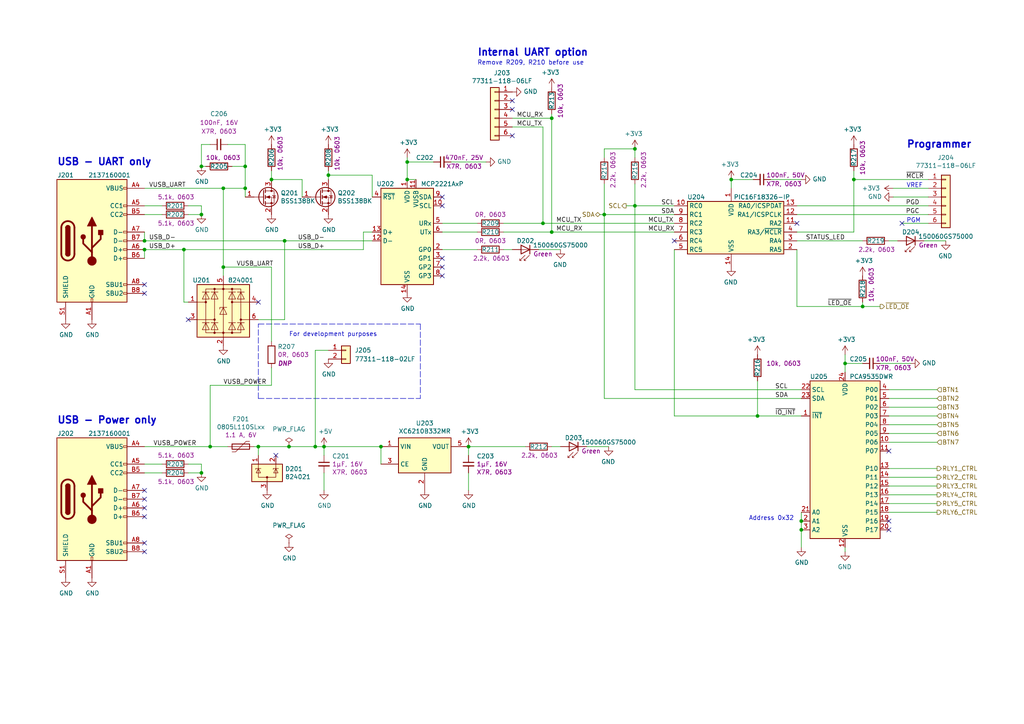
<source format=kicad_sch>
(kicad_sch (version 20211123) (generator eeschema)
  (paper "A4")
  (lib_symbols
    (symbol "Capacitor_User:100nF,16V,X7R,0603" (pin_numbers hide) (pin_names (offset 0.254) hide)
      (property "Reference" "C" (at 0.254 1.778 0))
      (property "Pretty Value 1" "100nF, 16V" (at 2.54 1.27 0))
      (property "Pretty Value 2" "X7R, 0603" (at 2.54 -1.27 0))
      (symbol "100nF,16V,X7R,0603_1_1"
        (pin passive line (at 0 2.54 270) (length 2.032) (name "~") (number "1"))
        (pin passive line (at 0 -2.54 90) (length 2.032) (name "~") (number "2"))
      )
    )
    (symbol "Capacitor_User:100nF,50V,X7R,0603" (pin_numbers hide) (pin_names (offset 0.254) hide)
      (property "Reference" "C" (at 0.254 1.778 0))
      (property "Pretty Value 1" "100nF, 50V" (at 2.54 1.27 0))
      (property "Pretty Value 2" "X7R, 0603" (at 2.54 -1.27 0))
      (symbol "100nF,50V,X7R,0603_1_1"
        (pin passive line (at 0 2.54 270) (length 2.032) (name "~") (number "1"))
        (pin passive line (at 0 -2.54 90) (length 2.032) (name "~") (number "2"))
      )
    )
    (symbol "Capacitor_User:1uF,16V,X7R,0603" (pin_numbers hide) (pin_names (offset 0.254) hide)
      (property "Reference" "C" (at 0.254 1.778 0))
      (property "Pretty Value 1" "1μF, 16V" (at 2.54 1.27 0))
      (property "Pretty Value 2" "X7R, 0603" (at 2.54 -1.27 0))
      (symbol "1uF,16V,X7R,0603_1_1"
        (pin passive line (at 0 2.54 270) (length 2.032) (name "~") (number "1"))
        (pin passive line (at 0 -2.54 90) (length 2.032) (name "~") (number "2"))
      )
    )
    (symbol "Capacitor_User:470nF,25V,X7R,0603" (pin_numbers hide) (pin_names (offset 0.254) hide)
      (property "Reference" "C" (at 0.254 1.778 0))
      (property "Pretty Value 1" "470nF, 25V" (at 2.54 1.27 0))
      (property "Pretty Value 2" "X7R, 0603" (at 2.54 -1.27 0))
      (symbol "470nF,25V,X7R,0603_1_1"
        (pin passive line (at 0 2.54 270) (length 2.032) (name "~") (number "1"))
        (pin passive line (at 0 -2.54 90) (length 2.032) (name "~") (number "2"))
      )
    )
    (symbol "Connector_User:2137160001" (pin_names (offset 1.016))
      (property "Reference" "J" (at -10.16 19.05 0))
      (property "Value" "2137160001" (at 19.05 19.05 0))
      (symbol "2137160001_1_1"
        (pin passive line (at 0 -22.86 90) (length 5.08) (name "GND") (number "A1"))
        (pin passive line (at 0 -22.86 90) (length 5.08) hide (name "GND") (number "A12"))
        (pin passive line (at 15.24 15.24 180) (length 5.08) (name "VBUS") (number "A4"))
        (pin bidirectional line (at 15.24 10.16 180) (length 5.08) (name "CC1") (number "A5"))
        (pin bidirectional line (at 15.24 -2.54 180) (length 5.08) (name "D+") (number "A6"))
        (pin bidirectional line (at 15.24 2.54 180) (length 5.08) (name "D-") (number "A7"))
        (pin bidirectional line (at 15.24 -12.7 180) (length 5.08) (name "SBU1") (number "A8"))
        (pin passive line (at 15.24 15.24 180) (length 5.08) hide (name "VBUS") (number "A9"))
        (pin passive line (at 0 -22.86 90) (length 5.08) hide (name "GND") (number "B1"))
        (pin passive line (at 0 -22.86 90) (length 5.08) hide (name "GND") (number "B12"))
        (pin passive line (at 15.24 15.24 180) (length 5.08) hide (name "VBUS") (number "B4"))
        (pin bidirectional line (at 15.24 7.62 180) (length 5.08) (name "CC2") (number "B5"))
        (pin bidirectional line (at 15.24 -5.08 180) (length 5.08) (name "D+") (number "B6"))
        (pin bidirectional line (at 15.24 0 180) (length 5.08) (name "D-") (number "B7"))
        (pin bidirectional line (at 15.24 -15.24 180) (length 5.08) (name "SBU2") (number "B8"))
        (pin passive line (at 15.24 15.24 180) (length 5.08) hide (name "VBUS") (number "B9"))
        (pin passive line (at -7.62 -22.86 90) (length 5.08) (name "SHIELD") (number "S1"))
      )
    )
    (symbol "Connector_User:77311-118-02LF" (pin_names (offset 1.016) hide)
      (property "Reference" "J" (at 0 3.81 0))
      (property "Value" "77311-118-02LF" (at 0 -5.08 0))
      (symbol "77311-118-02LF_1_1"
        (pin passive line (at -5.08 1.27 0) (length 3.81) (name "Pin_1") (number "1"))
        (pin passive line (at -5.08 -1.27 0) (length 3.81) (name "Pin_2") (number "2"))
      )
    )
    (symbol "Connector_User:77311-118-06LF" (pin_names (offset 1.016) hide)
      (property "Reference" "J" (at 0 7.62 0))
      (property "Value" "77311-118-06LF" (at 0 -10.16 0))
      (symbol "77311-118-06LF_1_1"
        (pin passive line (at -5.08 5.08 0) (length 3.81) (name "Pin_1") (number "1"))
        (pin passive line (at -5.08 2.54 0) (length 3.81) (name "Pin_2") (number "2"))
        (pin passive line (at -5.08 0 0) (length 3.81) (name "Pin_3") (number "3"))
        (pin passive line (at -5.08 -2.54 0) (length 3.81) (name "Pin_4") (number "4"))
        (pin passive line (at -5.08 -5.08 0) (length 3.81) (name "Pin_5") (number "5"))
        (pin passive line (at -5.08 -7.62 0) (length 3.81) (name "Pin_6") (number "6"))
      )
    )
    (symbol "Fuse_User:0805L110SLxx" (pin_numbers hide) (pin_names (offset 0))
      (property "Reference" "F" (at -2.54 0 90))
      (property "Value" "0805L110SLxx" (at 2.54 0 90))
      (property "Info" "1.1 A, 6V" (at 5.08 -5.08 90))
      (symbol "0805L110SLxx_1_1"
        (pin passive line (at 0 3.81 270) (length 1.27) (name "~") (number "1"))
        (pin passive line (at 0 -3.81 90) (length 1.27) (name "~") (number "2"))
      )
    )
    (symbol "Interface_USB:MCP2221AxP"
      (property "Reference" "U" (at -7.62 16.51 0))
      (property "Value" "MCP2221AxP" (at 12.7 16.51 0))
      (symbol "MCP2221AxP_1_1"
        (pin power_in line (at 0 17.78 270) (length 2.54) (name "VDD") (number "1"))
        (pin bidirectional line (at 10.16 10.16 180) (length 2.54) (name "SCL") (number "10"))
        (pin passive line (at 2.54 17.78 270) (length 2.54) (name "VUSB") (number "11"))
        (pin bidirectional line (at -10.16 0 0) (length 2.54) (name "D-") (number "12"))
        (pin bidirectional line (at -10.16 2.54 0) (length 2.54) (name "D+") (number "13"))
        (pin power_in line (at 0 -15.24 90) (length 2.54) (name "VSS") (number "14"))
        (pin bidirectional line (at 10.16 -2.54 180) (length 2.54) (name "GP0") (number "2"))
        (pin bidirectional line (at 10.16 -5.08 180) (length 2.54) (name "GP1") (number "3"))
        (pin input line (at -10.16 12.7 0) (length 2.54) (name "~{RST}") (number "4"))
        (pin input line (at 10.16 5.08 180) (length 2.54) (name "URx") (number "5"))
        (pin output line (at 10.16 2.54 180) (length 2.54) (name "UTx") (number "6"))
        (pin bidirectional line (at 10.16 -7.62 180) (length 2.54) (name "GP2") (number "7"))
        (pin bidirectional line (at 10.16 -10.16 180) (length 2.54) (name "GP3") (number "8"))
        (pin bidirectional line (at 10.16 12.7 180) (length 2.54) (name "SDA") (number "9"))
      )
    )
    (symbol "Interface_User:PCA9535DWR"
      (property "Reference" "U" (at -8.89 24.13 0))
      (property "Value" "PCA9535DWR" (at 6.35 24.13 0))
      (symbol "PCA9535DWR_1_1"
        (pin open_collector line (at -12.7 12.7 0) (length 2.54) (name "~{INT}") (number "1"))
        (pin bidirectional line (at 12.7 5.08 180) (length 2.54) (name "P06") (number "10"))
        (pin bidirectional line (at 12.7 2.54 180) (length 2.54) (name "P07") (number "11"))
        (pin power_in line (at 0 -25.4 90) (length 2.54) (name "VSS") (number "12"))
        (pin bidirectional line (at 12.7 -2.54 180) (length 2.54) (name "P10") (number "13"))
        (pin bidirectional line (at 12.7 -5.08 180) (length 2.54) (name "P11") (number "14"))
        (pin bidirectional line (at 12.7 -7.62 180) (length 2.54) (name "P12") (number "15"))
        (pin bidirectional line (at 12.7 -10.16 180) (length 2.54) (name "P13") (number "16"))
        (pin bidirectional line (at 12.7 -12.7 180) (length 2.54) (name "P14") (number "17"))
        (pin bidirectional line (at 12.7 -15.24 180) (length 2.54) (name "P15") (number "18"))
        (pin bidirectional line (at 12.7 -17.78 180) (length 2.54) (name "P16") (number "19"))
        (pin input line (at -12.7 -17.78 0) (length 2.54) (name "A1") (number "2"))
        (pin bidirectional line (at 12.7 -20.32 180) (length 2.54) (name "P17") (number "20"))
        (pin input line (at -12.7 -15.24 0) (length 2.54) (name "A0") (number "21"))
        (pin input line (at -12.7 20.32 0) (length 2.54) (name "SCL") (number "22"))
        (pin bidirectional line (at -12.7 17.78 0) (length 2.54) (name "SDA") (number "23"))
        (pin power_in line (at 0 25.4 270) (length 2.54) (name "VDD") (number "24"))
        (pin input line (at -12.7 -20.32 0) (length 2.54) (name "A2") (number "3"))
        (pin bidirectional line (at 12.7 20.32 180) (length 2.54) (name "P00") (number "4"))
        (pin bidirectional line (at 12.7 17.78 180) (length 2.54) (name "P01") (number "5"))
        (pin bidirectional line (at 12.7 15.24 180) (length 2.54) (name "P02") (number "6"))
        (pin bidirectional line (at 12.7 12.7 180) (length 2.54) (name "P03") (number "7"))
        (pin bidirectional line (at 12.7 10.16 180) (length 2.54) (name "P04") (number "8"))
        (pin bidirectional line (at 12.7 7.62 180) (length 2.54) (name "P05") (number "9"))
      )
    )
    (symbol "LED_User:150060GS75000" (pin_numbers hide) (pin_names (offset 1.016) hide)
      (property "Reference" "D" (at 0.508 1.778 0))
      (property "Value" "150060GS75000" (at -1.016 -2.794 0))
      (property "Info" "Green" (at -1.27 -5.08 0))
      (symbol "150060GS75000_1_1"
        (pin passive line (at -5.08 0 0) (length 2.54) (name "K") (number "1"))
        (pin passive line (at 2.54 0 180) (length 2.54) (name "A") (number "2"))
      )
    )
    (symbol "MCU_User:PIC16F18326-IP"
      (property "Reference" "U" (at -13.97 10.16 0))
      (property "Value" "PIC16F18326-IP" (at 1.27 10.16 0))
      (symbol "PIC16F18326-IP_1_1"
        (pin power_in line (at 1.27 12.7 270) (length 3.81) (name "VDD") (number "1"))
        (pin bidirectional line (at 17.78 7.62 180) (length 3.81) (name "RC0") (number "10"))
        (pin bidirectional line (at -17.78 2.54 0) (length 3.81) (name "RA2") (number "11"))
        (pin bidirectional line (at -17.78 5.08 0) (length 3.81) (name "RA1/ICSPCLK") (number "12"))
        (pin bidirectional line (at -17.78 7.62 0) (length 3.81) (name "RA0/ICSPDAT") (number "13"))
        (pin power_in line (at 1.27 -10.16 90) (length 3.81) (name "VSS") (number "14"))
        (pin bidirectional line (at -17.78 -5.08 0) (length 3.81) (name "RA5") (number "2"))
        (pin bidirectional line (at -17.78 -2.54 0) (length 3.81) (name "RA4") (number "3"))
        (pin bidirectional line (at -17.78 0 0) (length 3.81) (name "RA3/~{MCLR}") (number "4"))
        (pin bidirectional line (at 17.78 -5.08 180) (length 3.81) (name "RC5") (number "5"))
        (pin bidirectional line (at 17.78 -2.54 180) (length 3.81) (name "RC4") (number "6"))
        (pin bidirectional line (at 17.78 0 180) (length 3.81) (name "RC3") (number "7"))
        (pin bidirectional line (at 17.78 2.54 180) (length 3.81) (name "RC2") (number "8"))
        (pin bidirectional line (at 17.78 5.08 180) (length 3.81) (name "RC1") (number "9"))
      )
    )
    (symbol "Power_Protection_User:824001" (pin_names hide)
      (property "Reference" "U" (at 2.54 8.89 0))
      (property "Value" "824001" (at 2.54 -8.89 0))
      (symbol "824001_1_1"
        (pin passive line (at -10.16 2.54 0) (length 2.54) (name "I/O1") (number "1"))
        (pin passive line (at 0 -10.16 90) (length 2.54) (name "GND") (number "2"))
        (pin passive line (at -10.16 -2.54 0) (length 2.54) (name "I/O2") (number "3"))
        (pin passive line (at 10.16 2.54 180) (length 2.54) (name "I/O3") (number "4"))
        (pin passive line (at 0 10.16 270) (length 2.54) (name "VBUS") (number "5"))
        (pin passive line (at 10.16 -2.54 180) (length 2.54) (name "I/O4") (number "6"))
      )
    )
    (symbol "Power_Protection_User:824021" (pin_names hide)
      (property "Reference" "D" (at 5.715 2.54 0))
      (property "Value" "824021" (at 5.715 0.635 0))
      (symbol "824021_0_0"
        (pin passive line (at 0 -5.08 90) (length 2.54) (name "A") (number "3"))
      )
      (symbol "824021_1_1"
        (pin passive line (at -2.54 5.08 270) (length 2.54) (name "K") (number "1"))
        (pin passive line (at 2.54 5.08 270) (length 2.54) (name "K") (number "2"))
      )
    )
    (symbol "Regulator_Linear:XC6210B332MR"
      (property "Reference" "U" (at 0 8.89 0))
      (property "Value" "XC6210B332MR" (at 0 6.35 0))
      (symbol "XC6210B332MR_1_1"
        (pin power_in line (at -12.7 2.54 0) (length 5.08) (name "VIN") (number "1"))
        (pin power_in line (at 0 -10.16 90) (length 5.08) (name "GND") (number "2"))
        (pin input line (at -12.7 -2.54 0) (length 5.08) (name "CE") (number "3"))
        (pin no_connect line (at 12.7 -2.54 180) (length 5.08) hide (name "NC") (number "4"))
        (pin power_out line (at 12.7 2.54 180) (length 5.08) (name "VOUT") (number "5"))
      )
    )
    (symbol "Resistor_User:0R,0603" (pin_numbers hide) (pin_names (offset 0.254) hide)
      (property "Reference" "R" (at 0 -0.635 90))
      (property "Pretty Value 1" "0R, 0603" (at 2.54 1.27 0))
      (symbol "0R,0603_1_1"
        (pin passive line (at 0 3.81 270) (length 1.27) (name "~") (number "1"))
        (pin passive line (at 0 -3.81 90) (length 1.27) (name "~") (number "2"))
      )
    )
    (symbol "Resistor_User:10k,0603" (pin_numbers hide) (pin_names (offset 0.254) hide)
      (property "Reference" "R" (at 0 -0.635 90))
      (property "Pretty Value 1" "10k, 0603" (at 2.54 1.27 0))
      (symbol "10k,0603_1_1"
        (pin passive line (at 0 3.81 270) (length 1.27) (name "~") (number "1"))
        (pin passive line (at 0 -3.81 90) (length 1.27) (name "~") (number "2"))
      )
    )
    (symbol "Resistor_User:2.2k,0603" (pin_numbers hide) (pin_names (offset 0.254) hide)
      (property "Reference" "R" (at 0 -0.635 90))
      (property "Pretty Value 1" "2.2k, 0603" (at 2.54 1.27 0))
      (symbol "2.2k,0603_1_1"
        (pin passive line (at 0 3.81 270) (length 1.27) (name "~") (number "1"))
        (pin passive line (at 0 -3.81 90) (length 1.27) (name "~") (number "2"))
      )
    )
    (symbol "Resistor_User:5.1k,0603" (pin_numbers hide) (pin_names (offset 0.254) hide)
      (property "Reference" "R" (at 0 -0.635 90))
      (property "Pretty Value 1" "5.1k, 0603" (at 2.54 1.27 0))
      (symbol "5.1k,0603_1_1"
        (pin passive line (at 0 3.81 270) (length 1.27) (name "~") (number "1"))
        (pin passive line (at 0 -3.81 90) (length 1.27) (name "~") (number "2"))
      )
    )
    (symbol "Transistor_User:BSS138AKA" (pin_names hide)
      (property "Reference" "Q" (at 5.08 1.905 0))
      (property "Value" "BSS138AKA" (at 5.08 0 0))
      (symbol "BSS138AKA_1_1"
        (pin input line (at -5.08 0 0) (length 2.54) (name "G") (number "1"))
        (pin passive line (at 2.54 -5.08 90) (length 2.54) (name "S") (number "2"))
        (pin passive line (at 2.54 5.08 270) (length 2.54) (name "D") (number "3"))
      )
    )
    (symbol "power:+3.3V" (power) (pin_names (offset 0))
      (property "Value" "+3.3V" (at 0 3.556 0))
      (symbol "+3.3V_1_1"
        (pin power_in line (at 0 0 90) (length 0) hide (name "+3V3") (number "1"))
      )
    )
    (symbol "power:+5V" (power) (pin_names (offset 0))
      (property "Value" "+5V" (at 0 3.556 0))
      (symbol "+5V_1_1"
        (pin power_in line (at 0 0 90) (length 0) hide (name "+5V") (number "1"))
      )
    )
    (symbol "power:GND" (power) (pin_names (offset 0))
      (property "Value" "GND" (at 0 -3.81 0))
      (symbol "GND_1_1"
        (pin power_in line (at 0 0 270) (length 0) hide (name "GND") (number "1"))
      )
    )
    (symbol "power:PWR_FLAG" (power) (pin_numbers hide) (pin_names (offset 0) hide)
      (property "Value" "PWR_FLAG" (at 0 3.81 0))
      (symbol "PWR_FLAG_0_0"
        (pin power_out line (at 0 0 90) (length 0) (name "pwr") (number "1"))
      )
    )
  )
  (junction (at 157.48 64.77))
  (junction (at 58.42 62.23))
  (junction (at 175.26 62.23))
  (junction (at 82.55 69.85))
  (junction (at 95.25 50.8))
  (junction (at 118.11 46.99))
  (junction (at 91.44 129.54))
  (junction (at 53.34 72.39))
  (junction (at 160.02 67.31))
  (junction (at 83.82 129.54))
  (junction (at 93.98 129.54))
  (junction (at 232.41 153.67))
  (junction (at 118.11 52.07))
  (junction (at 60.96 129.54))
  (junction (at 78.74 52.07))
  (junction (at 64.77 77.47))
  (junction (at 58.42 48.26))
  (junction (at 135.89 129.54))
  (junction (at 232.41 151.13))
  (junction (at 250.19 88.9))
  (junction (at 64.77 54.61))
  (junction (at 219.71 120.65))
  (junction (at 110.49 129.54))
  (junction (at 41.91 72.39))
  (junction (at 58.42 137.16))
  (junction (at 71.12 54.61))
  (junction (at 74.93 129.54))
  (junction (at 184.15 59.69))
  (junction (at 184.15 43.18))
  (junction (at 71.12 48.26))
  (junction (at 212.09 52.07))
  (junction (at 247.65 52.07))
  (junction (at 160.02 34.29))
  (junction (at 41.91 69.85))
  (junction (at 245.11 105.41))
  (no_connect (at 74.93 87.63))
  (no_connect (at 195.58 69.85))
  (no_connect (at 128.27 74.93))
  (no_connect (at 257.81 151.13))
  (no_connect (at 231.14 64.77))
  (no_connect (at 80.01 132.08))
  (no_connect (at 41.91 160.02))
  (no_connect (at 41.91 149.86))
  (no_connect (at 148.59 31.75))
  (no_connect (at 128.27 80.01))
  (no_connect (at 257.81 153.67))
  (no_connect (at 41.91 85.09))
  (no_connect (at 128.27 59.69))
  (no_connect (at 41.91 147.32))
  (no_connect (at 128.27 57.15))
  (no_connect (at 257.81 130.81))
  (no_connect (at 41.91 157.48))
  (no_connect (at 128.27 77.47))
  (no_connect (at 148.59 39.37))
  (no_connect (at 148.59 29.21))
  (no_connect (at 261.62 64.77))
  (no_connect (at 41.91 144.78))
  (no_connect (at 41.91 142.24))
  (no_connect (at 41.91 82.55))
  (no_connect (at 54.61 92.71))
  (wire (pts (xy 271.78 113.03) (xy 257.81 113.03)))
  (wire (pts (xy 195.58 72.39) (xy 195.58 120.65)))
  (polyline (pts (xy 74.93 115.57) (xy 121.92 115.57)))
  (wire (pts (xy 82.55 92.71) (xy 82.55 69.85)))
  (wire (pts (xy 247.65 49.53) (xy 247.65 52.07)))
  (wire (pts (xy 271.78 123.19) (xy 257.81 123.19)))
  (wire (pts (xy 73.66 129.54) (xy 74.93 129.54)))
  (wire (pts (xy 60.96 129.54) (xy 60.96 111.76)))
  (wire (pts (xy 271.78 143.51) (xy 257.81 143.51)))
  (wire (pts (xy 87.63 52.07) (xy 78.74 52.07)))
  (polyline (pts (xy 74.93 93.98) (xy 121.92 93.98)))
  (polyline (pts (xy 74.93 115.57) (xy 74.93 93.98)))
  (wire (pts (xy 58.42 48.26) (xy 58.42 41.91)))
  (wire (pts (xy 78.74 99.06) (xy 78.74 77.47)))
  (wire (pts (xy 91.44 101.6) (xy 91.44 129.54)))
  (wire (pts (xy 91.44 129.54) (xy 93.98 129.54)))
  (wire (pts (xy 74.93 132.08) (xy 74.93 129.54)))
  (wire (pts (xy 41.91 69.85) (xy 82.55 69.85)))
  (wire (pts (xy 257.81 140.97) (xy 271.78 140.97)))
  (wire (pts (xy 247.65 67.31) (xy 247.65 52.07)))
  (wire (pts (xy 58.42 134.62) (xy 58.42 137.16)))
  (wire (pts (xy 269.24 64.77) (xy 261.62 64.77)))
  (wire (pts (xy 110.49 134.62) (xy 110.49 129.54)))
  (wire (pts (xy 156.21 72.39) (xy 162.56 72.39)))
  (wire (pts (xy 257.81 135.89) (xy 271.78 135.89)))
  (wire (pts (xy 175.26 62.23) (xy 175.26 53.34)))
  (wire (pts (xy 232.41 52.07) (xy 223.52 52.07)))
  (wire (pts (xy 170.18 129.54) (xy 176.53 129.54)))
  (wire (pts (xy 83.82 129.54) (xy 91.44 129.54)))
  (wire (pts (xy 269.24 54.61) (xy 259.08 54.61)))
  (wire (pts (xy 58.42 59.69) (xy 54.61 59.69)))
  (wire (pts (xy 231.14 69.85) (xy 250.19 69.85)))
  (wire (pts (xy 93.98 137.16) (xy 93.98 142.24)))
  (wire (pts (xy 232.41 153.67) (xy 232.41 151.13)))
  (wire (pts (xy 58.42 134.62) (xy 54.61 134.62)))
  (wire (pts (xy 219.71 110.49) (xy 219.71 120.65)))
  (wire (pts (xy 232.41 158.75) (xy 232.41 153.67)))
  (wire (pts (xy 218.44 52.07) (xy 212.09 52.07)))
  (wire (pts (xy 46.99 59.69) (xy 41.91 59.69)))
  (wire (pts (xy 250.19 88.9) (xy 255.27 88.9)))
  (wire (pts (xy 125.73 46.99) (xy 118.11 46.99)))
  (wire (pts (xy 184.15 113.03) (xy 232.41 113.03)))
  (wire (pts (xy 105.41 67.31) (xy 107.95 67.31)))
  (wire (pts (xy 184.15 59.69) (xy 184.15 53.34)))
  (wire (pts (xy 148.59 34.29) (xy 160.02 34.29)))
  (wire (pts (xy 135.89 129.54) (xy 135.89 132.08)))
  (wire (pts (xy 110.49 129.54) (xy 93.98 129.54)))
  (wire (pts (xy 257.81 69.85) (xy 260.35 69.85)))
  (wire (pts (xy 41.91 54.61) (xy 64.77 54.61)))
  (wire (pts (xy 271.78 148.59) (xy 257.81 148.59)))
  (wire (pts (xy 160.02 67.31) (xy 195.58 67.31)))
  (wire (pts (xy 231.14 62.23) (xy 269.24 62.23)))
  (wire (pts (xy 267.97 69.85) (xy 274.32 69.85)))
  (wire (pts (xy 58.42 41.91) (xy 60.96 41.91)))
  (wire (pts (xy 175.26 115.57) (xy 232.41 115.57)))
  (wire (pts (xy 245.11 102.87) (xy 245.11 105.41)))
  (wire (pts (xy 54.61 62.23) (xy 58.42 62.23)))
  (wire (pts (xy 93.98 129.54) (xy 93.98 132.08)))
  (wire (pts (xy 160.02 34.29) (xy 160.02 67.31)))
  (wire (pts (xy 118.11 46.99) (xy 118.11 52.07)))
  (wire (pts (xy 128.27 67.31) (xy 138.43 67.31)))
  (wire (pts (xy 245.11 105.41) (xy 245.11 107.95)))
  (wire (pts (xy 184.15 43.18) (xy 184.15 45.72)))
  (wire (pts (xy 271.78 115.57) (xy 257.81 115.57)))
  (wire (pts (xy 64.77 80.01) (xy 64.77 77.47)))
  (wire (pts (xy 219.71 120.65) (xy 232.41 120.65)))
  (wire (pts (xy 82.55 69.85) (xy 107.95 69.85)))
  (wire (pts (xy 157.48 64.77) (xy 195.58 64.77)))
  (wire (pts (xy 173.99 62.23) (xy 175.26 62.23)))
  (wire (pts (xy 157.48 36.83) (xy 157.48 64.77)))
  (wire (pts (xy 175.26 62.23) (xy 195.58 62.23)))
  (wire (pts (xy 232.41 151.13) (xy 232.41 148.59)))
  (wire (pts (xy 78.74 77.47) (xy 64.77 77.47)))
  (wire (pts (xy 138.43 64.77) (xy 128.27 64.77)))
  (wire (pts (xy 58.42 59.69) (xy 58.42 62.23)))
  (wire (pts (xy 184.15 59.69) (xy 195.58 59.69)))
  (wire (pts (xy 212.09 52.07) (xy 212.09 54.61)))
  (wire (pts (xy 271.78 128.27) (xy 257.81 128.27)))
  (wire (pts (xy 105.41 72.39) (xy 105.41 67.31)))
  (wire (pts (xy 71.12 48.26) (xy 71.12 54.61)))
  (wire (pts (xy 95.25 50.8) (xy 95.25 49.53)))
  (wire (pts (xy 78.74 111.76) (xy 78.74 106.68)))
  (wire (pts (xy 71.12 54.61) (xy 71.12 57.15)))
  (wire (pts (xy 78.74 49.53) (xy 78.74 52.07)))
  (wire (pts (xy 118.11 45.72) (xy 118.11 46.99)))
  (wire (pts (xy 60.96 111.76) (xy 78.74 111.76)))
  (wire (pts (xy 64.77 77.47) (xy 64.77 54.61)))
  (wire (pts (xy 41.91 137.16) (xy 46.99 137.16)))
  (wire (pts (xy 64.77 54.61) (xy 71.12 54.61)))
  (wire (pts (xy 135.89 129.54) (xy 152.4 129.54)))
  (wire (pts (xy 107.95 57.15) (xy 107.95 50.8)))
  (wire (pts (xy 41.91 69.85) (xy 41.91 67.31)))
  (wire (pts (xy 271.78 125.73) (xy 257.81 125.73)))
  (wire (pts (xy 250.19 87.63) (xy 250.19 88.9)))
  (wire (pts (xy 160.02 34.29) (xy 160.02 33.02)))
  (wire (pts (xy 66.04 41.91) (xy 71.12 41.91)))
  (wire (pts (xy 95.25 101.6) (xy 91.44 101.6)))
  (wire (pts (xy 107.95 50.8) (xy 95.25 50.8)))
  (wire (pts (xy 247.65 52.07) (xy 269.24 52.07)))
  (wire (pts (xy 250.19 105.41) (xy 245.11 105.41)))
  (wire (pts (xy 264.16 105.41) (xy 255.27 105.41)))
  (wire (pts (xy 67.31 48.26) (xy 71.12 48.26)))
  (wire (pts (xy 181.61 59.69) (xy 184.15 59.69)))
  (wire (pts (xy 54.61 137.16) (xy 58.42 137.16)))
  (wire (pts (xy 271.78 120.65) (xy 257.81 120.65)))
  (wire (pts (xy 146.05 64.77) (xy 157.48 64.77)))
  (wire (pts (xy 148.59 36.83) (xy 157.48 36.83)))
  (wire (pts (xy 160.02 129.54) (xy 162.56 129.54)))
  (polyline (pts (xy 121.92 93.98) (xy 121.92 115.57)))
  (wire (pts (xy 74.93 129.54) (xy 83.82 129.54)))
  (wire (pts (xy 146.05 67.31) (xy 160.02 67.31)))
  (wire (pts (xy 259.08 57.15) (xy 269.24 57.15)))
  (wire (pts (xy 58.42 48.26) (xy 59.69 48.26)))
  (wire (pts (xy 54.61 87.63) (xy 53.34 87.63)))
  (wire (pts (xy 146.05 72.39) (xy 148.59 72.39)))
  (wire (pts (xy 128.27 72.39) (xy 138.43 72.39)))
  (wire (pts (xy 74.93 92.71) (xy 82.55 92.71)))
  (wire (pts (xy 135.89 137.16) (xy 135.89 142.24)))
  (wire (pts (xy 71.12 48.26) (xy 71.12 41.91)))
  (wire (pts (xy 195.58 120.65) (xy 219.71 120.65)))
  (wire (pts (xy 271.78 118.11) (xy 257.81 118.11)))
  (wire (pts (xy 46.99 134.62) (xy 41.91 134.62)))
  (wire (pts (xy 231.14 67.31) (xy 247.65 67.31)))
  (wire (pts (xy 87.63 57.15) (xy 87.63 52.07)))
  (wire (pts (xy 175.26 43.18) (xy 184.15 43.18)))
  (wire (pts (xy 257.81 146.05) (xy 271.78 146.05)))
  (wire (pts (xy 175.26 45.72) (xy 175.26 43.18)))
  (wire (pts (xy 271.78 138.43) (xy 257.81 138.43)))
  (wire (pts (xy 269.24 59.69) (xy 231.14 59.69)))
  (wire (pts (xy 245.11 158.75) (xy 245.11 160.02)))
  (wire (pts (xy 41.91 62.23) (xy 46.99 62.23)))
  (wire (pts (xy 53.34 72.39) (xy 105.41 72.39)))
  (wire (pts (xy 231.14 72.39) (xy 231.14 88.9)))
  (wire (pts (xy 231.14 88.9) (xy 250.19 88.9)))
  (wire (pts (xy 60.96 129.54) (xy 41.91 129.54)))
  (wire (pts (xy 41.91 72.39) (xy 53.34 72.39)))
  (wire (pts (xy 41.91 72.39) (xy 41.91 74.93)))
  (wire (pts (xy 175.26 115.57) (xy 175.26 62.23)))
  (wire (pts (xy 120.65 52.07) (xy 118.11 52.07)))
  (wire (pts (xy 184.15 113.03) (xy 184.15 59.69)))
  (wire (pts (xy 53.34 87.63) (xy 53.34 72.39)))
  (wire (pts (xy 140.97 46.99) (xy 130.81 46.99)))
  (wire (pts (xy 95.25 52.07) (xy 95.25 50.8)))
  (wire (pts (xy 66.04 129.54) (xy 60.96 129.54)))
  (text "Programmer" (at 262.89 43.18 0) (effects (font (size 2.032 2.032) (thickness 0.4064) bold) (justify left bottom)))
  (text "PGM" (at 262.89 64.77 0) (effects (font (size 1.27 1.27)) (justify left bottom)))
  (text "Address 0x32" (at 217.17 151.13 0) (effects (font (size 1.27 1.27)) (justify left bottom)))
  (text "Internal UART option" (at 138.43 16.51 0) (effects (font (size 2.032 2.032) (thickness 0.4064) bold) (justify left bottom)))
  (text "For development purposes" (at 83.82 97.79 0) (effects (font (size 1.27 1.27)) (justify left bottom)))
  (text "USB - UART only" (at 16.51 48.26 0) (effects (font (size 2.032 2.032) (thickness 0.4064) bold) (justify left bottom)))
  (text "Remove R209, R210 before use" (at 138.43 19.05 0) (effects (font (size 1.27 1.27)) (justify left bottom)))
  (text "VREF" (at 262.89 54.61 0) (effects (font (size 1.27 1.27)) (justify left bottom)))
  (text "USB - Power only" (at 16.51 123.19 0) (effects (font (size 2.032 2.032) (thickness 0.4064) bold) (justify left bottom)))
  (label "~{IO_INT}" (at 224.79 120.65 0))
  (label "SCL" (at 191.77 59.69 0))
  (label "~{MCLR}" (at 267.97 52.07 180))
  (label "USB_D+" (at 43.18 72.39 0))
  (label "MCU_RX" (at 187.96 67.31 0))
  (label "SDA" (at 224.79 115.57 0))
  (label "PGC" (at 266.7 62.23 180))
  (label "MCU_RX" (at 149.86 34.29 0))
  (label "~{LED_OE}" (at 240.03 88.9 0))
  (label "VUSB_UART" (at 68.58 77.47 0))
  (label "PGD" (at 266.7 59.69 180))
  (label "SDA" (at 191.77 62.23 0))
  (label "MCU_TX" (at 161.29 64.77 0))
  (label "STATUS_LED" (at 233.68 69.85 0))
  (label "MCU_TX" (at 187.96 64.77 0))
  (label "VUSB_POWER" (at 64.77 111.76 0))
  (label "VUSB_UART" (at 43.18 54.61 0))
  (label "USB_D+" (at 86.36 72.39 0))
  (label "MCU_TX" (at 149.86 36.83 0))
  (label "VUSB_POWER" (at 44.45 129.54 0))
  (label "MCU_RX" (at 161.29 67.31 0))
  (label "USB_D-" (at 86.36 69.85 0))
  (label "SCL" (at 224.79 113.03 0))
  (label "USB_D-" (at 43.18 69.85 0))
  (hierarchical_label "BTN1" (shape input) (at 271.78 113.03 0))
  (hierarchical_label "BTN7" (shape input) (at 271.78 128.27 0))
  (hierarchical_label "SCL" (shape output) (at 181.61 59.69 180))
  (hierarchical_label "BTN5" (shape input) (at 271.78 123.19 0))
  (hierarchical_label "RLY6_CTRL" (shape output) (at 271.78 148.59 0))
  (hierarchical_label "RLY2_CTRL" (shape output) (at 271.78 138.43 0))
  (hierarchical_label "RLY1_CTRL" (shape output) (at 271.78 135.89 0))
  (hierarchical_label "BTN6" (shape input) (at 271.78 125.73 0))
  (hierarchical_label "BTN2" (shape input) (at 271.78 115.57 0))
  (hierarchical_label "~{LED_OE}" (shape output) (at 255.27 88.9 0))
  (hierarchical_label "RLY4_CTRL" (shape output) (at 271.78 143.51 0))
  (hierarchical_label "RLY5_CTRL" (shape output) (at 271.78 146.05 0))
  (hierarchical_label "BTN3" (shape input) (at 271.78 118.11 0))
  (hierarchical_label "RLY3_CTRL" (shape output) (at 271.78 140.97 0))
  (hierarchical_label "SDA" (shape bidirectional) (at 173.99 62.23 180))
  (hierarchical_label "BTN4" (shape input) (at 271.78 120.65 0))
  (symbol (lib_id "Capacitor_User:100nF,50V,X7R,0603") (at 252.73 105.41 270) (unit 1)
    (property "Reference" "C205" (at 246.38 104.14 90) (effects (justify left)))
    (property "Value" "100nF,50V,X7R,0603" (effects hide))
    (property "Footprint" "Capacitor_SMD:C_0603_1608Metric_Pad1.08x0.95mm_HandSolder" (effects hide))
    (property "Pretty Value 1" "100nF, 50V" (at 254 104.14 90) (effects (justify left)))
    (property "Pretty Value 2" "X7R, 0603" (at 254 106.68 90) (effects (justify left)))
  )
  (symbol (lib_id "power:+3.3V") (at 245.11 102.87 0) (unit 1)
    (property "Reference" "#PWR0231" (effects hide))
    (property "Value" "+3.3V" (at 245.491 98.4758 0))
  )
  (symbol (lib_id "Interface_User:PCA9535DWR") (at 245.11 133.35 0) (unit 1)
    (property "Reference" "U205" (at 237.49 109.22 0))
    (property "Value" "PCA9535DWR" (at 252.73 109.22 0))
    (property "Footprint" "Package_SO:SOIC-24W_7.5x15.4mm_P1.27mm" (effects hide))
    (property "Datasheet" "https://www.ti.com/lit/ds/symlink/pca9535.pdf" (effects hide))
    (property "Manufacturer" "Texas Instruments" (effects hide))
    (property "Supplier" "Digi-Key" (effects hide))
    (property "SPN" "296-20950-1-ND" (effects hide))
  )
  (symbol (lib_id "power:GND") (at 264.16 105.41 90) (unit 1)
    (property "Reference" "#PWR0236" (effects hide))
    (property "Value" "GND" (at 267.4112 105.283 90) (effects (justify right)))
  )
  (symbol (lib_id "Resistor_User:2.2k,0603") (at 184.15 49.53 0) (unit 1)
    (property "Reference" "R215" (at 184.15 52.07 90) (effects (justify left)))
    (property "Value" "2.2k,0603" (effects hide))
    (property "Footprint" "Resistor_SMD:R_0603_1608Metric_Pad0.98x0.95mm_HandSolder" (effects hide))
    (property "Pretty Value 1" "2.2k, 0603" (at 186.69 54.61 90) (effects (justify left)))
    (property "Pretty Value 2" "1%, 0,1W" (effects hide))
  )
  (symbol (lib_id "Resistor_User:10k,0603") (at 219.71 106.68 0) (unit 1)
    (property "Reference" "R216" (at 219.71 109.22 90) (effects (justify left)))
    (property "Value" "10k,0603" (effects hide))
    (property "Footprint" "Resistor_SMD:R_0603_1608Metric_Pad0.98x0.95mm_HandSolder" (effects hide))
    (property "Pretty Value 1" "10k, 0603" (at 222.25 105.41 0) (effects (justify left)))
    (property "Pretty Value 2" "1%, 0,1W" (effects hide))
  )
  (symbol (lib_id "Resistor_User:2.2k,0603") (at 175.26 49.53 0) (unit 1)
    (property "Reference" "R214" (at 175.26 52.07 90) (effects (justify left)))
    (property "Value" "2.2k,0603" (effects hide))
    (property "Footprint" "Resistor_SMD:R_0603_1608Metric_Pad0.98x0.95mm_HandSolder" (effects hide))
    (property "Pretty Value 1" "2.2k, 0603" (at 177.8 54.61 90) (effects (justify left)))
    (property "Pretty Value 2" "1%, 0,1W" (effects hide))
  )
  (symbol (lib_id "Regulator_Linear:XC6210B332MR") (at 123.19 132.08 0) (unit 1)
    (property "Reference" "U203" (at 123.19 122.7582 0))
    (property "Value" "XC6210B332MR" (at 123.19 125.0696 0))
    (property "Footprint" "Package_TO_SOT_SMD:SOT-23-5" (effects hide))
    (property "Datasheet" "https://www.torexsemi.com/file/xc6210/XC6210.pdf" (effects hide))
  )
  (symbol (lib_id "Interface_USB:MCP2221AxP") (at 118.11 69.85 0) (unit 1)
    (property "Reference" "U202" (at 111.76 53.34 0))
    (property "Value" "MCP2221AxP" (at 128.27 53.34 0))
    (property "Footprint" "Package_DIP:DIP-14_W7.62mm" (effects hide))
    (property "Datasheet" "http://ww1.microchip.com/downloads/en/DeviceDoc/20005565B.pdf" (effects hide))
  )
  (symbol (lib_id "Resistor_User:10k,0603") (at 95.25 45.72 0) (unit 1)
    (property "Reference" "R208" (at 95.25 48.26 90) (effects (justify left)))
    (property "Value" "10k,0603" (effects hide))
    (property "Footprint" "Resistor_SMD:R_0603_1608Metric_Pad0.98x0.95mm_HandSolder" (effects hide))
    (property "Pretty Value 1" "10k, 0603" (at 97.79 49.53 90) (effects (justify left)))
    (property "Pretty Value 2" "1%, 0,1W" (effects hide))
  )
  (symbol (lib_id "Connector_User:2137160001") (at 26.67 69.85 0) (unit 1)
    (property "Reference" "J201" (at 19.05 50.8 0))
    (property "Value" "2137160001" (at 31.75 50.8 0))
    (property "Footprint" "Connector_User:USB_C_Receptacle_Molex_2137160001" (effects hide))
    (property "Datasheet" "https://www.molex.com/molex/products/part-detail/io_connectors/2137160001" (effects hide))
    (property "Manufacturer" "Molex" (effects hide))
    (property "Supplier" "Digi-Key" (effects hide))
    (property "SPN" "900-2137160001CT-ND" (effects hide))
  )
  (symbol (lib_id "Transistor_User:BSS138AKA") (at 92.71 57.15 0) (unit 1)
    (property "Reference" "Q202" (at 97.8916 55.9816 0) (effects (justify left)))
    (property "Value" "BSS138BK" (at 97.8916 58.293 0) (effects (justify left)))
    (property "Footprint" "Package_TO_SOT_SMD_User:SOT-23_Handsoldering" (effects hide))
    (property "Datasheet" "https://assets.nexperia.com/documents/data-sheet/BSS138AKA.pdf" (effects hide))
    (property "Manufacturer" "Nexperia" (effects hide))
    (property "Supplier" "Digi-Key" (effects hide))
    (property "SPN" "1727-1261-1-ND" (effects hide))
  )
  (symbol (lib_id "MCU_User:PIC16F18326-IP") (at 213.36 67.31 0) (mirror y) (unit 1)
    (property "Reference" "U204" (at 201.93 57.15 0))
    (property "Value" "PIC16F18326-IP" (at 220.98 57.15 0))
    (property "Footprint" "Package_DIP:DIP-14_W7.62mm" (effects hide))
    (property "Datasheet" "https://ww1.microchip.com/downloads/en/DeviceDoc/40001839E.pdf" (effects hide))
    (property "Supplier" "Digi-Key" (effects hide))
    (property "SPN" "PIC16F18326-I/P-ND" (effects hide))
  )
  (symbol (lib_id "power:+3.3V") (at 95.25 41.91 0) (unit 1)
    (property "Reference" "#PWR0213" (effects hide))
    (property "Value" "+3.3V" (at 95.631 37.5158 0))
  )
  (symbol (lib_id "power:GND") (at 95.25 62.23 0) (unit 1)
    (property "Reference" "#PWR0214" (effects hide))
    (property "Value" "GND" (at 95.377 66.6242 0))
  )
  (symbol (lib_id "Capacitor_User:1uF,16V,X7R,0603") (at 93.98 134.62 0) (unit 1)
    (property "Reference" "C201" (at 96.3168 132.3086 0) (effects (justify left)))
    (property "Value" "1uF,16V,X7R,0603" (effects hide))
    (property "Footprint" "Capacitor_SMD:C_0603_1608Metric_Pad1.08x0.95mm_HandSolder" (effects hide))
    (property "Pretty Value 1" "1μF, 16V" (at 96.3168 134.62 0) (effects (justify left)))
    (property "Pretty Value 2" "X7R, 0603" (at 96.3168 136.9314 0) (effects (justify left)))
  )
  (symbol (lib_id "Transistor_User:BSS138AKA") (at 76.2 57.15 0) (unit 1)
    (property "Reference" "Q201" (at 81.3816 55.9816 0) (effects (justify left)))
    (property "Value" "BSS138BK" (at 81.3816 58.293 0) (effects (justify left)))
    (property "Footprint" "Package_TO_SOT_SMD_User:SOT-23_Handsoldering" (effects hide))
    (property "Datasheet" "https://assets.nexperia.com/documents/data-sheet/BSS138AKA.pdf" (effects hide))
    (property "Manufacturer" "Nexperia" (effects hide))
    (property "Supplier" "Digi-Key" (effects hide))
    (property "SPN" "1727-1261-1-ND" (effects hide))
  )
  (symbol (lib_id "Capacitor_User:1uF,16V,X7R,0603") (at 135.89 134.62 0) (unit 1)
    (property "Reference" "C203" (at 138.2268 132.3086 0) (effects (justify left)))
    (property "Value" "1uF,16V,X7R,0603" (effects hide))
    (property "Footprint" "Capacitor_SMD:C_0603_1608Metric_Pad1.08x0.95mm_HandSolder" (effects hide))
    (property "Pretty Value 1" "1μF, 16V" (at 138.2268 134.62 0) (effects (justify left)))
    (property "Pretty Value 2" "X7R, 0603" (at 138.2268 136.9314 0) (effects (justify left)))
  )
  (symbol (lib_id "Power_Protection_User:824021") (at 77.47 137.16 0) (unit 1)
    (property "Reference" "D201" (at 82.677 135.9916 0) (effects (justify left)))
    (property "Value" "824021" (at 82.677 138.303 0) (effects (justify left)))
    (property "Footprint" "Package_TO_SOT_SMD_User:SOT-23_Handsoldering" (effects hide))
    (property "Datasheet" "https://www.we-online.com/catalog/datasheet/824021.pdf" (effects hide))
    (property "Manufacturer" "Wurth Elektronik" (effects hide))
    (property "Supplier" "Digi-Key" (effects hide))
    (property "SPN" "732-4468-1-ND" (effects hide))
  )
  (symbol (lib_id "Resistor_User:10k,0603") (at 78.74 45.72 0) (unit 1)
    (property "Reference" "R206" (at 78.74 48.26 90) (effects (justify left)))
    (property "Value" "10k,0603" (effects hide))
    (property "Footprint" "Resistor_SMD:R_0603_1608Metric_Pad0.98x0.95mm_HandSolder" (effects hide))
    (property "Pretty Value 1" "10k, 0603" (at 81.28 49.53 90) (effects (justify left)))
    (property "Pretty Value 2" "1%, 0,1W" (effects hide))
  )
  (symbol (lib_id "power:GND") (at 135.89 142.24 0) (unit 1)
    (property "Reference" "#PWR0219" (effects hide))
    (property "Value" "GND" (at 136.017 146.6342 0))
  )
  (symbol (lib_id "power:GND") (at 123.19 142.24 0) (unit 1)
    (property "Reference" "#PWR0217" (effects hide))
    (property "Value" "GND" (at 123.317 146.6342 0))
  )
  (symbol (lib_id "power:GND") (at 93.98 142.24 0) (unit 1)
    (property "Reference" "#PWR0212" (effects hide))
    (property "Value" "GND" (at 94.107 146.6342 0))
  )
  (symbol (lib_id "power:+3.3V") (at 78.74 41.91 0) (unit 1)
    (property "Reference" "#PWR0210" (effects hide))
    (property "Value" "+3.3V" (at 79.121 37.5158 0))
  )
  (symbol (lib_id "power:GND") (at 78.74 62.23 0) (unit 1)
    (property "Reference" "#PWR0211" (effects hide))
    (property "Value" "GND" (at 78.867 66.6242 0))
  )
  (symbol (lib_id "Resistor_User:10k,0603") (at 63.5 48.26 270) (unit 1)
    (property "Reference" "R205" (at 60.96 48.26 90) (effects (justify left)))
    (property "Value" "10k,0603" (effects hide))
    (property "Footprint" "Resistor_SMD:R_0603_1608Metric_Pad0.98x0.95mm_HandSolder" (effects hide))
    (property "Pretty Value 1" "10k, 0603" (at 59.69 45.72 90) (effects (justify left)))
    (property "Pretty Value 2" "1%, 0,1W" (effects hide))
  )
  (symbol (lib_id "power:GND") (at 58.42 48.26 0) (unit 1)
    (property "Reference" "#PWR0207" (effects hide))
    (property "Value" "GND" (at 58.547 52.6542 0))
  )
  (symbol (lib_id "Fuse_User:0805L110SLxx") (at 69.85 129.54 270) (unit 1)
    (property "Reference" "F201" (at 69.85 121.539 90))
    (property "Value" "0805L110SLxx" (at 69.85 123.8504 90))
    (property "Footprint" "Fuse:Fuse_0805_2012Metric_Pad1.15x1.40mm_HandSolder" (effects hide))
    (property "Datasheet" "https://www.littelfuse.com/media?resourcetype=datasheets&itemid=2d55f293-08b4-4e1c-af6d-dbdeccdec69c&filename=littelfuse-ptc-low-rho-datasheet" (effects hide))
    (property "Manufacturer" "Littelfuse" (effects hide))
    (property "Supplier" "Digi-Key" (effects hide))
    (property "SPN" "F3365CT-ND" (effects hide))
    (property "Info" "1.1 A, 6V" (at 69.85 126.1618 90))
  )
  (symbol (lib_id "Resistor_User:0R,0603") (at 142.24 64.77 270) (unit 1)
    (property "Reference" "R209" (at 142.24 64.77 90))
    (property "Value" "0R,0603" (effects hide))
    (property "Footprint" "Resistor_SMD:R_0603_1608Metric_Pad0.98x0.95mm_HandSolder" (effects hide))
    (property "Pretty Value 1" "0R, 0603" (at 142.24 62.23 90))
    (property "Pretty Value 2" "1%, 0,1W" (effects hide))
  )
  (symbol (lib_id "Resistor_User:5.1k,0603") (at 50.8 59.69 270) (unit 1)
    (property "Reference" "R201" (at 50.8 59.69 90))
    (property "Value" "5.1k,0603" (effects hide))
    (property "Footprint" "Resistor_SMD:R_0603_1608Metric_Pad0.98x0.95mm_HandSolder" (effects hide))
    (property "Pretty Value 1" "5.1k, 0603" (at 45.72 57.15 90) (effects (justify left)))
    (property "Pretty Value 2" "1%, 0,1W" (effects hide))
  )
  (symbol (lib_id "power:+3.3V") (at 135.89 129.54 0) (unit 1)
    (property "Reference" "#PWR0218" (effects hide))
    (property "Value" "+3.3V" (at 136.271 125.1458 0))
  )
  (symbol (lib_id "Capacitor_User:100nF,50V,X7R,0603") (at 220.98 52.07 270) (unit 1)
    (property "Reference" "C204" (at 214.63 50.8 90) (effects (justify left)))
    (property "Value" "100nF,50V,X7R,0603" (effects hide))
    (property "Footprint" "Capacitor_SMD:C_0603_1608Metric_Pad1.08x0.95mm_HandSolder" (effects hide))
    (property "Pretty Value 1" "100nF, 50V" (at 222.25 50.8 90) (effects (justify left)))
    (property "Pretty Value 2" "X7R, 0603" (at 222.25 53.34 90) (effects (justify left)))
  )
  (symbol (lib_id "power:GND") (at 118.11 85.09 0) (unit 1)
    (property "Reference" "#PWR0216" (effects hide))
    (property "Value" "GND" (at 118.237 89.4842 0))
  )
  (symbol (lib_id "Resistor_User:5.1k,0603") (at 50.8 62.23 270) (unit 1)
    (property "Reference" "R202" (at 50.8 62.23 90))
    (property "Value" "5.1k,0603" (effects hide))
    (property "Footprint" "Resistor_SMD:R_0603_1608Metric_Pad0.98x0.95mm_HandSolder" (effects hide))
    (property "Pretty Value 1" "5.1k, 0603" (at 45.72 64.77 90) (effects (justify left)))
    (property "Pretty Value 2" "1%, 0,1W" (effects hide))
  )
  (symbol (lib_id "power:+3.3V") (at 212.09 52.07 0) (mirror y) (unit 1)
    (property "Reference" "#PWR0226" (effects hide))
    (property "Value" "+3.3V" (at 211.709 47.6758 0))
  )
  (symbol (lib_id "power:GND") (at 232.41 52.07 90) (unit 1)
    (property "Reference" "#PWR0229" (effects hide))
    (property "Value" "GND" (at 235.6612 51.943 90) (effects (justify right)))
  )
  (symbol (lib_id "power:+3.3V") (at 118.11 45.72 0) (unit 1)
    (property "Reference" "#PWR0215" (effects hide))
    (property "Value" "+3.3V" (at 118.491 41.3258 0))
  )
  (symbol (lib_id "power:GND") (at 58.42 62.23 0) (unit 1)
    (property "Reference" "#PWR0205" (effects hide))
    (property "Value" "GND" (at 58.547 66.6242 0))
  )
  (symbol (lib_id "LED_User:150060GS75000") (at 262.89 69.85 180) (unit 1)
    (property "Reference" "D204" (at 264.16 67.31 0))
    (property "Value" "150060GS75000" (at 274.32 68.58 0))
    (property "Footprint" "LED_SMD:LED_0603_1608Metric_Pad1.05x0.95mm_HandSolder" (effects hide))
    (property "Datasheet" "https://www.we-online.com/katalog/datasheet/150060GS75000.pdf" (effects hide))
    (property "Manufacturer" "Wurth Elektronik" (effects hide))
    (property "Supplier" "Digi-Key" (effects hide))
    (property "SPN" "732-4971-1-ND" (effects hide))
    (property "Info" "Green" (at 269.24 71.12 0))
  )
  (symbol (lib_id "power:GND") (at 140.97 46.99 90) (unit 1)
    (property "Reference" "#PWR0220" (effects hide))
    (property "Value" "GND" (at 144.2212 46.863 90) (effects (justify right)))
  )
  (symbol (lib_id "Capacitor_User:470nF,25V,X7R,0603") (at 128.27 46.99 90) (unit 1)
    (property "Reference" "C202" (at 123.19 45.72 90))
    (property "Value" "470nF,25V,X7R,0603" (effects hide))
    (property "Footprint" "Capacitor_SMD:C_0603_1608Metric_Pad1.08x0.95mm_HandSolder" (effects hide))
    (property "Pretty Value 1" "470nF, 25V" (at 134.62 45.72 90))
    (property "Pretty Value 2" "X7R, 0603" (at 134.62 48.26 90))
  )
  (symbol (lib_id "power:GND") (at 26.67 92.71 0) (unit 1)
    (property "Reference" "#PWR0203" (effects hide))
    (property "Value" "GND" (at 26.797 97.1042 0))
  )
  (symbol (lib_id "power:GND") (at 19.05 92.71 0) (unit 1)
    (property "Reference" "#PWR0201" (effects hide))
    (property "Value" "GND" (at 19.177 97.1042 0))
  )
  (symbol (lib_id "Resistor_User:0R,0603") (at 142.24 67.31 270) (unit 1)
    (property "Reference" "R210" (at 142.24 67.31 90))
    (property "Value" "0R,0603" (effects hide))
    (property "Footprint" "Resistor_SMD:R_0603_1608Metric_Pad0.98x0.95mm_HandSolder" (effects hide))
    (property "Pretty Value 1" "0R, 0603" (at 142.24 69.85 90))
    (property "Pretty Value 2" "1%, 0,1W" (effects hide))
  )
  (symbol (lib_id "power:GND") (at 212.09 77.47 0) (mirror y) (unit 1)
    (property "Reference" "#PWR0227" (effects hide))
    (property "Value" "GND" (at 211.963 81.8642 0))
  )
  (symbol (lib_id "Resistor_User:2.2k,0603") (at 254 69.85 270) (unit 1)
    (property "Reference" "R219" (at 251.46 69.85 90) (effects (justify left)))
    (property "Value" "2.2k,0603" (effects hide))
    (property "Footprint" "Resistor_SMD:R_0603_1608Metric_Pad0.98x0.95mm_HandSolder" (effects hide))
    (property "Pretty Value 1" "2.2k, 0603" (at 248.92 72.39 90) (effects (justify left)))
    (property "Pretty Value 2" "1%, 0,1W" (effects hide))
  )
  (symbol (lib_id "power:GND") (at 274.32 69.85 0) (mirror y) (unit 1)
    (property "Reference" "#PWR0237" (effects hide))
    (property "Value" "GND" (at 274.193 74.2442 0))
  )
  (symbol (lib_id "Resistor_User:5.1k,0603") (at 50.8 134.62 270) (unit 1)
    (property "Reference" "R203" (at 50.8 134.62 90))
    (property "Value" "5.1k,0603" (effects hide))
    (property "Footprint" "Resistor_SMD:R_0603_1608Metric_Pad0.98x0.95mm_HandSolder" (effects hide))
    (property "Pretty Value 1" "5.1k, 0603" (at 45.72 132.08 90) (effects (justify left)))
    (property "Pretty Value 2" "1%, 0,1W" (effects hide))
  )
  (symbol (lib_id "Resistor_User:5.1k,0603") (at 50.8 137.16 270) (unit 1)
    (property "Reference" "R204" (at 50.8 137.16 90))
    (property "Value" "5.1k,0603" (effects hide))
    (property "Footprint" "Resistor_SMD:R_0603_1608Metric_Pad0.98x0.95mm_HandSolder" (effects hide))
    (property "Pretty Value 1" "5.1k, 0603" (at 45.72 139.7 90) (effects (justify left)))
    (property "Pretty Value 2" "1%, 0,1W" (effects hide))
  )
  (symbol (lib_id "power:GND") (at 58.42 137.16 0) (unit 1)
    (property "Reference" "#PWR0206" (effects hide))
    (property "Value" "GND" (at 58.547 141.5542 0))
  )
  (symbol (lib_id "Connector_User:77311-118-06LF") (at 274.32 57.15 0) (unit 1)
    (property "Reference" "J204" (at 274.32 45.72 0))
    (property "Value" "77311-118-06LF" (at 274.32 48.0314 0))
    (property "Footprint" "Connector_PinHeader_2.54mm:PinHeader_1x06_P2.54mm_Vertical" (effects hide))
    (property "Datasheet" "https://cdn.amphenol-icc.com/media/wysiwyg/files/drawing/77311.pdf" (effects hide))
    (property "Manufacturer" "Amphenol" (effects hide))
    (property "Supplier" "Digi-Key" (effects hide))
    (property "SPN" "609-5682-ND" (effects hide))
  )
  (symbol (lib_id "power:+3.3V") (at 184.15 43.18 0) (mirror y) (unit 1)
    (property "Reference" "#PWR0225" (effects hide))
    (property "Value" "+3.3V" (at 183.769 38.7858 0))
  )
  (symbol (lib_id "LED_User:150060GS75000") (at 151.13 72.39 180) (unit 1)
    (property "Reference" "D202" (at 152.4 69.85 0))
    (property "Value" "150060GS75000" (at 162.56 71.12 0))
    (property "Footprint" "LED_SMD:LED_0603_1608Metric_Pad1.05x0.95mm_HandSolder" (effects hide))
    (property "Datasheet" "https://www.we-online.com/katalog/datasheet/150060GS75000.pdf" (effects hide))
    (property "Manufacturer" "Wurth Elektronik" (effects hide))
    (property "Supplier" "Digi-Key" (effects hide))
    (property "SPN" "732-4971-1-ND" (effects hide))
    (property "Info" "Green" (at 157.48 73.66 0))
  )
  (symbol (lib_id "Resistor_User:2.2k,0603") (at 142.24 72.39 270) (unit 1)
    (property "Reference" "R211" (at 139.7 72.39 90) (effects (justify left)))
    (property "Value" "2.2k,0603" (effects hide))
    (property "Footprint" "Resistor_SMD:R_0603_1608Metric_Pad0.98x0.95mm_HandSolder" (effects hide))
    (property "Pretty Value 1" "2.2k, 0603" (at 137.16 74.93 90) (effects (justify left)))
    (property "Pretty Value 2" "1%, 0,1W" (effects hide))
  )
  (symbol (lib_id "power:GND") (at 162.56 72.39 0) (mirror y) (unit 1)
    (property "Reference" "#PWR0223" (effects hide))
    (property "Value" "GND" (at 162.433 76.7842 0))
  )
  (symbol (lib_id "Connector_User:2137160001") (at 26.67 144.78 0) (unit 1)
    (property "Reference" "J202" (at 19.05 125.73 0))
    (property "Value" "2137160001" (at 31.75 125.73 0))
    (property "Footprint" "Connector_User:USB_C_Receptacle_Molex_2137160001" (effects hide))
    (property "Datasheet" "https://www.molex.com/molex/products/part-detail/io_connectors/2137160001" (effects hide))
    (property "Manufacturer" "Molex" (effects hide))
    (property "Supplier" "Digi-Key" (effects hide))
    (property "SPN" "900-2137160001CT-ND" (effects hide))
  )
  (symbol (lib_id "power:GND") (at 26.67 167.64 0) (unit 1)
    (property "Reference" "#PWR0204" (effects hide))
    (property "Value" "GND" (at 26.797 172.0342 0))
  )
  (symbol (lib_id "power:GND") (at 19.05 167.64 0) (unit 1)
    (property "Reference" "#PWR0202" (effects hide))
    (property "Value" "GND" (at 19.177 172.0342 0))
  )
  (symbol (lib_id "LED_User:150060GS75000") (at 165.1 129.54 180) (unit 1)
    (property "Reference" "D203" (at 166.37 127 0))
    (property "Value" "150060GS75000" (at 176.53 128.27 0))
    (property "Footprint" "LED_SMD:LED_0603_1608Metric_Pad1.05x0.95mm_HandSolder" (effects hide))
    (property "Datasheet" "https://www.we-online.com/katalog/datasheet/150060GS75000.pdf" (effects hide))
    (property "Manufacturer" "Wurth Elektronik" (effects hide))
    (property "Supplier" "Digi-Key" (effects hide))
    (property "SPN" "732-4971-1-ND" (effects hide))
    (property "Info" "Green" (at 171.45 130.81 0))
  )
  (symbol (lib_id "Resistor_User:2.2k,0603") (at 156.21 129.54 270) (unit 1)
    (property "Reference" "R212" (at 153.67 129.54 90) (effects (justify left)))
    (property "Value" "2.2k,0603" (effects hide))
    (property "Footprint" "Resistor_SMD:R_0603_1608Metric_Pad0.98x0.95mm_HandSolder" (effects hide))
    (property "Pretty Value 1" "2.2k, 0603" (at 151.13 132.08 90) (effects (justify left)))
    (property "Pretty Value 2" "1%, 0,1W" (effects hide))
  )
  (symbol (lib_id "power:GND") (at 176.53 129.54 0) (mirror y) (unit 1)
    (property "Reference" "#PWR0224" (effects hide))
    (property "Value" "GND" (at 176.403 133.9342 0))
  )
  (symbol (lib_id "power:GND") (at 259.08 57.15 270) (mirror x) (unit 1)
    (property "Reference" "#PWR0235" (effects hide))
    (property "Value" "GND" (at 255.8288 57.023 90) (effects (justify right)))
  )
  (symbol (lib_id "power:+3.3V") (at 219.71 102.87 0) (mirror y) (unit 1)
    (property "Reference" "#PWR0228" (effects hide))
    (property "Value" "+3.3V" (at 219.329 98.4758 0))
  )
  (symbol (lib_id "power:+5V") (at 93.98 129.54 0) (unit 1)
    (property "Reference" "#PWR0101" (effects hide))
    (property "Value" "+5V" (at 94.361 125.1458 0))
  )
  (symbol (lib_id "power:+3.3V") (at 247.65 41.91 0) (mirror y) (unit 1)
    (property "Reference" "#PWR0234" (effects hide))
    (property "Value" "+3.3V" (at 247.269 37.5158 0))
  )
  (symbol (lib_id "Resistor_User:10k,0603") (at 247.65 45.72 0) (unit 1)
    (property "Reference" "R217" (at 247.65 48.26 90) (effects (justify left)))
    (property "Value" "10k,0603" (effects hide))
    (property "Footprint" "Resistor_SMD:R_0603_1608Metric_Pad0.98x0.95mm_HandSolder" (effects hide))
    (property "Pretty Value 1" "10k, 0603" (at 250.19 50.8 90) (effects (justify left)))
    (property "Pretty Value 2" "1%, 0,1W" (effects hide))
  )
  (symbol (lib_id "power:GND") (at 77.47 142.24 0) (unit 1)
    (property "Reference" "#PWR0209" (effects hide))
    (property "Value" "GND" (at 77.597 146.6342 0))
  )
  (symbol (lib_id "Power_Protection_User:824001") (at 64.77 90.17 0) (unit 1)
    (property "Reference" "U201" (at 58.42 81.28 0))
    (property "Value" "824001" (at 69.85 81.28 0))
    (property "Footprint" "Package_TO_SOT_SMD:SOT-23-6_Handsoldering" (effects hide))
    (property "Datasheet" "https://www.we-online.com/catalog/datasheet/824001.pdf" (effects hide))
    (property "Manufacturer" "Wuerth Elektronik" (effects hide))
    (property "Supplier" "Digi-Key" (effects hide))
    (property "SPN" "732-4464-1-ND" (effects hide))
  )
  (symbol (lib_id "power:GND") (at 64.77 100.33 0) (unit 1)
    (property "Reference" "#PWR0208" (effects hide))
    (property "Value" "GND" (at 64.897 104.7242 0))
  )
  (symbol (lib_id "Connector_User:77311-118-06LF") (at 143.51 31.75 0) (mirror y) (unit 1)
    (property "Reference" "J203" (at 145.5928 21.1582 0))
    (property "Value" "77311-118-06LF" (at 145.5928 23.4696 0))
    (property "Footprint" "Connector_PinHeader_2.54mm:PinHeader_1x06_P2.54mm_Vertical" (effects hide))
    (property "Datasheet" "https://cdn.amphenol-icc.com/media/wysiwyg/files/drawing/77311.pdf" (effects hide))
    (property "Manufacturer" "Amphenol" (effects hide))
    (property "Supplier" "Digi-Key" (effects hide))
    (property "SPN" "609-5682-ND" (effects hide))
  )
  (symbol (lib_id "power:GND") (at 148.59 26.67 90) (unit 1)
    (property "Reference" "#PWR0221" (effects hide))
    (property "Value" "GND" (at 151.8412 26.543 90) (effects (justify right)))
  )
  (symbol (lib_id "Resistor_User:10k,0603") (at 160.02 29.21 0) (unit 1)
    (property "Reference" "R213" (at 160.02 31.75 90) (effects (justify left)))
    (property "Value" "10k,0603" (effects hide))
    (property "Footprint" "Resistor_SMD:R_0603_1608Metric_Pad0.98x0.95mm_HandSolder" (effects hide))
    (property "Pretty Value 1" "10k, 0603" (at 162.56 34.29 90) (effects (justify left)))
    (property "Pretty Value 2" "1%, 0,1W" (effects hide))
  )
  (symbol (lib_id "power:+3.3V") (at 160.02 25.4 0) (mirror y) (unit 1)
    (property "Reference" "#PWR0222" (effects hide))
    (property "Value" "+3.3V" (at 159.639 21.0058 0))
  )
  (symbol (lib_id "Resistor_User:0R,0603") (at 78.74 102.87 0) (unit 1)
    (property "Reference" "R207" (at 80.518 100.5586 0) (effects (justify left)))
    (property "Value" "0R,0603" (effects hide))
    (property "Footprint" "Resistor_SMD:R_0603_1608Metric_Pad0.98x0.95mm_HandSolder" (effects hide))
    (property "Pretty Value 1" "0R, 0603" (at 80.518 102.87 0) (effects (justify left)))
    (property "Pretty Value 2" "1%, 0,1W" (effects hide))
    (property "DNP" "DNP" (at 82.55 105.41 0) (effects (font bold italic)))
  )
  (symbol (lib_id "Resistor_User:10k,0603") (at 250.19 83.82 0) (unit 1)
    (property "Reference" "R218" (at 250.19 86.36 90) (effects (justify left)))
    (property "Value" "10k,0603" (effects hide))
    (property "Footprint" "Resistor_SMD:R_0603_1608Metric_Pad0.98x0.95mm_HandSolder" (effects hide))
    (property "Pretty Value 1" "10k, 0603" (at 252.73 87.63 90) (effects (justify left)))
    (property "Pretty Value 2" "1%, 0,1W" (effects hide))
  )
  (symbol (lib_id "power:+3.3V") (at 250.19 80.01 0) (unit 1)
    (property "Reference" "#PWR0233" (effects hide))
    (property "Value" "+3.3V" (at 250.571 75.6158 0))
  )
  (symbol (lib_id "power:GND") (at 232.41 158.75 0) (unit 1)
    (property "Reference" "#PWR0230" (effects hide))
    (property "Value" "GND" (at 232.537 163.1442 0))
  )
  (symbol (lib_id "power:PWR_FLAG") (at 83.82 129.54 0) (unit 1)
    (property "Reference" "#FLG01" (effects hide))
    (property "Value" "PWR_FLAG" (at 83.82 124.46 0))
  )
  (symbol (lib_id "Capacitor_User:100nF,16V,X7R,0603") (at 63.5 41.91 90) (unit 1)
    (property "Reference" "C206" (at 63.5063 33.02 90))
    (property "Value" "100nF,16V,X7R,0603" (effects hide))
    (property "Footprint" "Capacitor_SMD:C_0603_1608Metric_Pad1.08x0.95mm_HandSolder" (effects hide))
    (property "Pretty Value 1" "100nF, 16V" (at 63.5063 35.56 90))
    (property "Pretty Value 2" "X7R, 0603" (at 63.5063 38.1 90))
  )
  (symbol (lib_id "power:PWR_FLAG") (at 83.82 157.48 0) (unit 1)
    (property "Reference" "#FLG02" (effects hide))
    (property "Value" "PWR_FLAG" (at 83.82 152.4 0))
  )
  (symbol (lib_id "Connector_User:77311-118-02LF") (at 100.33 102.87 0) (unit 1)
    (property "Reference" "J205" (at 102.87 101.5999 0) (effects (justify left)))
    (property "Value" "77311-118-02LF" (at 102.87 104.1399 0) (effects (justify left)))
    (property "Footprint" "Connector_PinHeader_2.54mm:PinHeader_1x02_P2.54mm_Vertical" (effects hide))
    (property "Datasheet" "https://cdn.amphenol-icc.com/media/wysiwyg/files/drawing/77311.pdf" (effects hide))
    (property "Manufacturer" "Amphenol" (effects hide))
    (property "Supplier" "Digi-Key" (effects hide))
    (property "SPN" "609-4434-ND" (effects hide))
  )
  (symbol (lib_id "power:GND") (at 83.82 157.48 0) (unit 1)
    (property "Reference" "#PWR01" (effects hide))
    (property "Value" "GND" (at 83.947 161.8742 0))
  )
  (symbol (lib_id "power:+3.3V") (at 259.08 54.61 90) (unit 1)
    (property "Reference" "#PWR0107" (effects hide))
    (property "Value" "+3.3V" (at 255.27 54.6099 90) (effects (justify left)))
  )
  (symbol (lib_id "power:GND") (at 95.25 104.14 0) (unit 1)
    (property "Reference" "#PWR0106" (effects hide))
    (property "Value" "GND" (at 95.377 108.5342 0))
  )
  (symbol (lib_id "power:GND") (at 245.11 160.02 0) (mirror y) (unit 1)
    (property "Reference" "#PWR02" (effects hide))
    (property "Value" "GND" (at 244.983 164.4142 0))
  )
)
</source>
